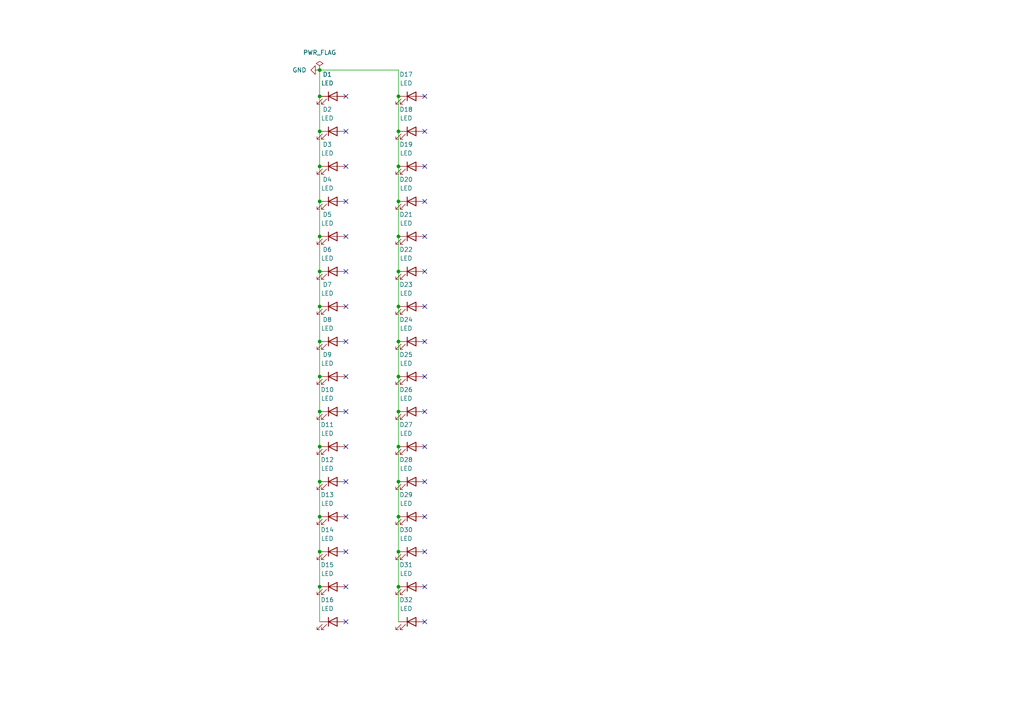
<source format=kicad_sch>
(kicad_sch (version 20230121) (generator eeschema)
  (paper "A4")
  (lib_symbols
    (symbol "Device:LED" (pin_numbers hide) (pin_names (offset 1.016) hide)
      (property "Reference" "D" (at 0 2.54 0))
      (property "Value" "LED" (at 0 -2.54 0))
      (symbol "LED_0_1"
        (polyline (pts (xy -1.27 -1.27) (xy -1.27 1.27)) (stroke (width 0.254)))
        (polyline (pts (xy -1.27 0) (xy 1.27 0)))
        (polyline (pts (xy 1.27 -1.27) (xy 1.27 1.27) (xy -1.27 0) (xy 1.27 -1.27)) (stroke (width 0.254)))
        (polyline (pts (xy -3.048 -0.762) (xy -4.572 -2.286) (xy -3.81 -2.286) (xy -4.572 -2.286) (xy -4.572 -1.524)))
        (polyline (pts (xy -1.778 -0.762) (xy -3.302 -2.286) (xy -2.54 -2.286) (xy -3.302 -2.286) (xy -3.302 -1.524)))
      )
      (symbol "LED_1_1"
        (pin passive line (at -3.81 0 0) (length 2.54) (name "K") (number "1"))
        (pin passive line (at 3.81 0 180) (length 2.54) (name "A") (number "2"))
      )
    )
    (symbol "power:GND" (power) (pin_names (offset 0))
      (property "Value" "GND" (at 0 -3.81 0))
      (symbol "GND_0_1"
        (polyline (pts (xy 0 0) (xy 0 -1.27) (xy 1.27 -1.27) (xy 0 -2.54) (xy -1.27 -1.27) (xy 0 -1.27)))
      )
      (symbol "GND_1_1"
        (pin power_in line (at 0 0 270) (length 0) hide (name "GND") (number "1"))
      )
    )
    (symbol "power:PWR_FLAG" (power) (pin_numbers hide) (pin_names (offset 0) hide)
      (property "Value" "PWR_FLAG" (at 0 3.81 0))
      (symbol "PWR_FLAG_0_0"
        (pin power_out line (at 0 0 90) (length 0) (name "pwr") (number "1"))
      )
      (symbol "PWR_FLAG_0_1"
        (polyline (pts (xy 0 0) (xy 0 1.27) (xy -1.016 1.905) (xy 0 2.54) (xy 1.016 1.905) (xy 0 1.27)))
      )
    )
  )
  (junction (at 115.57 160.02))
  (junction (at 115.57 119.38))
  (junction (at 92.71 139.7))
  (junction (at 92.71 48.26))
  (junction (at 92.71 38.1))
  (junction (at 92.71 129.54))
  (junction (at 115.57 78.74))
  (junction (at 115.57 58.42))
  (junction (at 92.71 170.18))
  (junction (at 115.57 27.94))
  (junction (at 115.57 48.26))
  (junction (at 92.71 119.38))
  (junction (at 115.57 88.9))
  (junction (at 92.71 68.58))
  (junction (at 92.71 99.06))
  (junction (at 92.71 149.86))
  (junction (at 115.57 99.06))
  (junction (at 92.71 20.32))
  (junction (at 115.57 129.54))
  (junction (at 92.71 88.9))
  (junction (at 92.71 27.94))
  (junction (at 92.71 58.42))
  (junction (at 92.71 160.02))
  (junction (at 115.57 170.18))
  (junction (at 92.71 109.22))
  (junction (at 92.71 78.74))
  (junction (at 115.57 139.7))
  (junction (at 115.57 68.58))
  (junction (at 115.57 109.22))
  (junction (at 115.57 38.1))
  (junction (at 115.57 149.86))
  (no_connect (at 100.33 119.38))
  (no_connect (at 100.33 78.74))
  (no_connect (at 123.19 58.42))
  (no_connect (at 123.19 99.06))
  (no_connect (at 123.19 170.18))
  (no_connect (at 100.33 88.9))
  (no_connect (at 123.19 149.86))
  (no_connect (at 123.19 109.22))
  (no_connect (at 100.33 99.06))
  (no_connect (at 123.19 160.02))
  (no_connect (at 123.19 180.34))
  (no_connect (at 100.33 129.54))
  (no_connect (at 100.33 38.1))
  (no_connect (at 100.33 27.94))
  (no_connect (at 123.19 27.94))
  (no_connect (at 123.19 139.7))
  (no_connect (at 100.33 139.7))
  (no_connect (at 123.19 119.38))
  (no_connect (at 100.33 109.22))
  (no_connect (at 123.19 78.74))
  (no_connect (at 123.19 38.1))
  (no_connect (at 123.19 48.26))
  (no_connect (at 100.33 68.58))
  (no_connect (at 100.33 170.18))
  (no_connect (at 100.33 48.26))
  (no_connect (at 123.19 88.9))
  (no_connect (at 100.33 160.02))
  (no_connect (at 100.33 58.42))
  (no_connect (at 123.19 68.58))
  (no_connect (at 100.33 180.34))
  (no_connect (at 100.33 149.86))
  (no_connect (at 123.19 129.54))
  (wire (pts (xy 92.71 58.42) (xy 92.71 68.58)))
  (wire (pts (xy 115.57 109.22) (xy 115.57 119.38)))
  (wire (pts (xy 92.71 160.02) (xy 92.71 170.18)))
  (wire (pts (xy 92.71 129.54) (xy 92.71 139.7)))
  (wire (pts (xy 115.57 139.7) (xy 115.57 149.86)))
  (wire (pts (xy 115.57 129.54) (xy 115.57 139.7)))
  (wire (pts (xy 115.57 58.42) (xy 115.57 68.58)))
  (wire (pts (xy 115.57 119.38) (xy 115.57 129.54)))
  (wire (pts (xy 92.71 109.22) (xy 92.71 119.38)))
  (wire (pts (xy 92.71 170.18) (xy 92.71 180.34)))
  (wire (pts (xy 92.71 88.9) (xy 92.71 99.06)))
  (wire (pts (xy 92.71 149.86) (xy 92.71 160.02)))
  (wire (pts (xy 115.57 78.74) (xy 115.57 88.9)))
  (wire (pts (xy 115.57 149.86) (xy 115.57 160.02)))
  (wire (pts (xy 115.57 68.58) (xy 115.57 78.74)))
  (wire (pts (xy 92.71 27.94) (xy 92.71 38.1)))
  (wire (pts (xy 115.57 170.18) (xy 115.57 180.34)))
  (wire (pts (xy 92.71 48.26) (xy 92.71 58.42)))
  (wire (pts (xy 92.71 20.32) (xy 115.57 20.32)))
  (wire (pts (xy 92.71 139.7) (xy 92.71 149.86)))
  (wire (pts (xy 92.71 68.58) (xy 92.71 78.74)))
  (wire (pts (xy 115.57 160.02) (xy 115.57 170.18)))
  (wire (pts (xy 115.57 48.26) (xy 115.57 58.42)))
  (wire (pts (xy 92.71 78.74) (xy 92.71 88.9)))
  (wire (pts (xy 115.57 99.06) (xy 115.57 109.22)))
  (wire (pts (xy 115.57 27.94) (xy 115.57 38.1)))
  (wire (pts (xy 115.57 88.9) (xy 115.57 99.06)))
  (wire (pts (xy 115.57 38.1) (xy 115.57 48.26)))
  (wire (pts (xy 92.71 119.38) (xy 92.71 129.54)))
  (wire (pts (xy 92.71 38.1) (xy 92.71 48.26)))
  (wire (pts (xy 92.71 20.32) (xy 92.71 27.94)))
  (wire (pts (xy 115.57 20.32) (xy 115.57 27.94)))
  (wire (pts (xy 92.71 99.06) (xy 92.71 109.22)))
  (symbol (lib_id "Device:LED") (at 96.52 149.86 0) (unit 1)
    (property "Reference" "D13" (at 94.9325 143.51 0))
    (property "Value" "LED" (at 94.9325 146.05 0))
    (property "Footprint" "LED_THT:LED_D5.0mm" (effects hide))
  )
  (symbol (lib_id "Device:LED") (at 119.38 99.06 0) (unit 1)
    (property "Reference" "D24" (at 117.7925 92.71 0))
    (property "Value" "LED" (at 117.7925 95.25 0))
    (property "Footprint" "LED_THT:LED_D5.0mm" (effects hide))
  )
  (symbol (lib_id "Device:LED") (at 96.52 68.58 0) (unit 1)
    (property "Reference" "D5" (at 94.9325 62.23 0))
    (property "Value" "LED" (at 94.9325 64.77 0))
    (property "Footprint" "LED_THT:LED_D5.0mm" (effects hide))
  )
  (symbol (lib_id "Device:LED") (at 96.52 38.1 0) (unit 1)
    (property "Reference" "D2" (at 94.9325 31.75 0))
    (property "Value" "LED" (at 94.9325 34.29 0))
    (property "Footprint" "LED_THT:LED_D5.0mm" (effects hide))
  )
  (symbol (lib_id "Device:LED") (at 96.52 88.9 0) (unit 1)
    (property "Reference" "D7" (at 94.9325 82.55 0))
    (property "Value" "LED" (at 94.9325 85.09 0))
    (property "Footprint" "LED_THT:LED_D5.0mm" (effects hide))
  )
  (symbol (lib_id "Device:LED") (at 96.52 109.22 0) (unit 1)
    (property "Reference" "D9" (at 94.9325 102.87 0))
    (property "Value" "LED" (at 94.9325 105.41 0))
    (property "Footprint" "LED_THT:LED_D5.0mm" (effects hide))
  )
  (symbol (lib_id "Device:LED") (at 119.38 27.94 0) (unit 1)
    (property "Reference" "D17" (at 117.7925 21.59 0))
    (property "Value" "LED" (at 117.7925 24.13 0))
    (property "Footprint" "LED_THT:LED_D5.0mm" (effects hide))
  )
  (symbol (lib_id "Device:LED") (at 119.38 48.26 0) (unit 1)
    (property "Reference" "D19" (at 117.7925 41.91 0))
    (property "Value" "LED" (at 117.7925 44.45 0))
    (property "Footprint" "LED_THT:LED_D5.0mm" (effects hide))
  )
  (symbol (lib_id "Device:LED") (at 96.52 119.38 0) (unit 1)
    (property "Reference" "D10" (at 94.9325 113.03 0))
    (property "Value" "LED" (at 94.9325 115.57 0))
    (property "Footprint" "LED_THT:LED_D5.0mm" (effects hide))
  )
  (symbol (lib_id "power:GND") (at 92.71 20.32 270) (unit 1)
    (property "Reference" "#PWR01" (effects hide))
    (property "Value" "GND" (at 88.9 20.32 90) (effects (justify right)))
  )
  (symbol (lib_id "Device:LED") (at 96.52 170.18 0) (unit 1)
    (property "Reference" "D15" (at 94.9325 163.83 0))
    (property "Value" "LED" (at 94.9325 166.37 0))
    (property "Footprint" "LED_THT:LED_D5.0mm" (effects hide))
  )
  (symbol (lib_id "Device:LED") (at 119.38 170.18 0) (unit 1)
    (property "Reference" "D31" (at 117.7925 163.83 0))
    (property "Value" "LED" (at 117.7925 166.37 0))
    (property "Footprint" "LED_THT:LED_D5.0mm" (effects hide))
  )
  (symbol (lib_id "Device:LED") (at 119.38 58.42 0) (unit 1)
    (property "Reference" "D20" (at 117.7925 52.07 0))
    (property "Value" "LED" (at 117.7925 54.61 0))
    (property "Footprint" "LED_THT:LED_D5.0mm" (effects hide))
  )
  (symbol (lib_id "Device:LED") (at 96.52 180.34 0) (unit 1)
    (property "Reference" "D16" (at 94.9325 173.99 0))
    (property "Value" "LED" (at 94.9325 176.53 0))
    (property "Footprint" "LED_THT:LED_D5.0mm" (effects hide))
  )
  (symbol (lib_id "Device:LED") (at 119.38 149.86 0) (unit 1)
    (property "Reference" "D29" (at 117.7925 143.51 0))
    (property "Value" "LED" (at 117.7925 146.05 0))
    (property "Footprint" "LED_THT:LED_D5.0mm" (effects hide))
  )
  (symbol (lib_id "Device:LED") (at 119.38 38.1 0) (unit 1)
    (property "Reference" "D18" (at 117.7925 31.75 0))
    (property "Value" "LED" (at 117.7925 34.29 0))
    (property "Footprint" "LED_THT:LED_D5.0mm" (effects hide))
  )
  (symbol (lib_id "Device:LED") (at 96.52 139.7 0) (unit 1)
    (property "Reference" "D12" (at 94.9325 133.35 0))
    (property "Value" "LED" (at 94.9325 135.89 0))
    (property "Footprint" "LED_THT:LED_D5.0mm" (effects hide))
  )
  (symbol (lib_id "Device:LED") (at 96.52 58.42 0) (unit 1)
    (property "Reference" "D4" (at 94.9325 52.07 0))
    (property "Value" "LED" (at 94.9325 54.61 0))
    (property "Footprint" "LED_THT:LED_D5.0mm" (effects hide))
  )
  (symbol (lib_id "Device:LED") (at 119.38 180.34 0) (unit 1)
    (property "Reference" "D32" (at 117.7925 173.99 0))
    (property "Value" "LED" (at 117.7925 176.53 0))
    (property "Footprint" "LED_THT:LED_D5.0mm" (effects hide))
  )
  (symbol (lib_id "Device:LED") (at 96.52 78.74 0) (unit 1)
    (property "Reference" "D6" (at 94.9325 72.39 0))
    (property "Value" "LED" (at 94.9325 74.93 0))
    (property "Footprint" "LED_THT:LED_D5.0mm" (effects hide))
  )
  (symbol (lib_id "Device:LED") (at 96.52 99.06 0) (unit 1)
    (property "Reference" "D8" (at 94.9325 92.71 0))
    (property "Value" "LED" (at 94.9325 95.25 0))
    (property "Footprint" "LED_THT:LED_D5.0mm" (effects hide))
  )
  (symbol (lib_id "Device:LED") (at 96.52 27.94 0) (unit 1)
    (property "Reference" "D1" (at 94.9325 21.59 0))
    (property "Value" "LED" (at 94.9325 24.13 0))
    (property "Footprint" "LED_THT:LED_D5.0mm" (effects hide))
  )
  (symbol (lib_id "Device:LED") (at 119.38 68.58 0) (unit 1)
    (property "Reference" "D21" (at 117.7925 62.23 0))
    (property "Value" "LED" (at 117.7925 64.77 0))
    (property "Footprint" "LED_THT:LED_D5.0mm" (effects hide))
  )
  (symbol (lib_id "Device:LED") (at 96.52 160.02 0) (unit 1)
    (property "Reference" "D14" (at 94.9325 153.67 0))
    (property "Value" "LED" (at 94.9325 156.21 0))
    (property "Footprint" "LED_THT:LED_D5.0mm" (effects hide))
  )
  (symbol (lib_id "Device:LED") (at 119.38 160.02 0) (unit 1)
    (property "Reference" "D30" (at 117.7925 153.67 0))
    (property "Value" "LED" (at 117.7925 156.21 0))
    (property "Footprint" "LED_THT:LED_D5.0mm" (effects hide))
  )
  (symbol (lib_id "Device:LED") (at 119.38 78.74 0) (unit 1)
    (property "Reference" "D22" (at 117.7925 72.39 0))
    (property "Value" "LED" (at 117.7925 74.93 0))
    (property "Footprint" "LED_THT:LED_D5.0mm" (effects hide))
  )
  (symbol (lib_id "Device:LED") (at 96.52 48.26 0) (unit 1)
    (property "Reference" "D3" (at 94.9325 41.91 0))
    (property "Value" "LED" (at 94.9325 44.45 0))
    (property "Footprint" "LED_THT:LED_D5.0mm" (effects hide))
  )
  (symbol (lib_id "Device:LED") (at 119.38 139.7 0) (unit 1)
    (property "Reference" "D28" (at 117.7925 133.35 0))
    (property "Value" "LED" (at 117.7925 135.89 0))
    (property "Footprint" "LED_THT:LED_D5.0mm" (effects hide))
  )
  (symbol (lib_id "Device:LED") (at 96.52 129.54 0) (unit 1)
    (property "Reference" "D11" (at 94.9325 123.19 0))
    (property "Value" "LED" (at 94.9325 125.73 0))
    (property "Footprint" "LED_THT:LED_D5.0mm" (effects hide))
  )
  (symbol (lib_id "Device:LED") (at 119.38 119.38 0) (unit 1)
    (property "Reference" "D26" (at 117.7925 113.03 0))
    (property "Value" "LED" (at 117.7925 115.57 0))
    (property "Footprint" "LED_THT:LED_D5.0mm" (effects hide))
  )
  (symbol (lib_id "power:PWR_FLAG") (at 92.71 20.32 0) (unit 1)
    (property "Reference" "#FLG01" (effects hide))
    (property "Value" "PWR_FLAG" (at 92.71 15.24 0))
  )
  (symbol (lib_id "Device:LED") (at 119.38 129.54 0) (unit 1)
    (property "Reference" "D27" (at 117.7925 123.19 0))
    (property "Value" "LED" (at 117.7925 125.73 0))
    (property "Footprint" "LED_THT:LED_D5.0mm" (effects hide))
  )
  (symbol (lib_id "Device:LED") (at 119.38 88.9 0) (unit 1)
    (property "Reference" "D23" (at 117.7925 82.55 0))
    (property "Value" "LED" (at 117.7925 85.09 0))
    (property "Footprint" "LED_THT:LED_D5.0mm" (effects hide))
  )
  (symbol (lib_id "Device:LED") (at 119.38 109.22 0) (unit 1)
    (property "Reference" "D25" (at 117.7925 102.87 0))
    (property "Value" "LED" (at 117.7925 105.41 0))
    (property "Footprint" "LED_THT:LED_D5.0mm" (effects hide))
  )
)
</source>
